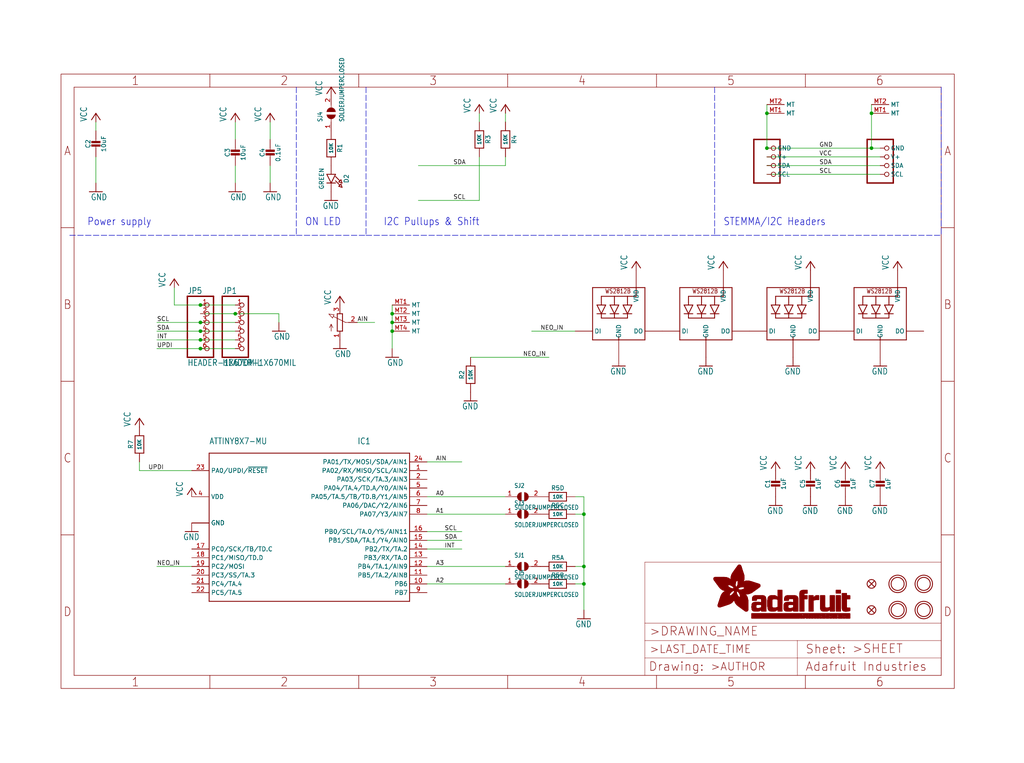
<source format=kicad_sch>
(kicad_sch (version 20211123) (generator eeschema)
  (paper "User" 298.45 222.352)
  (lib_symbols
    (symbol "schematicEagle-eagle-import:ATTINY8X7-MU"
      (property "Reference" "IC" (at 12.7 25.4 0))
      (property "Value" "ATTINY8X7-MU" (at -30.48 25.4 0))
      (symbol "ATTINY8X7-MU_1_0"
        (pin bidirectional line (at 33.02 17.78 180) (length 5.08) (name "PA02/RX/MISO/SCL/AIN2") (number "1"))
        (pin bidirectional line (at 33.02 -15.24 180) (length 5.08) (name "PB6") (number "10"))
        (pin bidirectional line (at 33.02 -12.7 180) (length 5.08) (name "PB5/TA.2/AIN8") (number "11"))
        (pin bidirectional line (at 33.02 -10.16 180) (length 5.08) (name "PB4/TA.1/AIN9") (number "12"))
        (pin bidirectional line (at 33.02 -7.62 180) (length 5.08) (name "PB3/RX/TA.0") (number "13"))
        (pin bidirectional line (at 33.02 -5.08 180) (length 5.08) (name "PB2/TX/TA.2") (number "14"))
        (pin bidirectional line (at 33.02 -2.54 180) (length 5.08) (name "PB1/SDA/TA.1/Y4/AIN0") (number "15"))
        (pin bidirectional line (at 33.02 0 180) (length 5.08) (name "PB0/SCL/TA.0/Y5/AIN11") (number "16"))
        (pin bidirectional line (at -35.56 -5.08 0) (length 5.08) (name "PC0/SCK/TB/TD.C") (number "17"))
        (pin bidirectional line (at -35.56 -7.62 0) (length 5.08) (name "PC1/MISO/TD.D") (number "18"))
        (pin bidirectional line (at -35.56 -10.16 0) (length 5.08) (name "PC2/MOSI") (number "19"))
        (pin bidirectional line (at 33.02 15.24 180) (length 5.08) (name "PA03/SCK/TA.3/AIN3") (number "2"))
        (pin bidirectional line (at -35.56 -12.7 0) (length 5.08) (name "PC3/SS/TA.3") (number "20"))
        (pin bidirectional line (at -35.56 -15.24 0) (length 5.08) (name "PC4/TA.4") (number "21"))
        (pin bidirectional line (at -35.56 -17.78 0) (length 5.08) (name "PC5/TA.5") (number "22"))
        (pin bidirectional line (at -35.56 17.78 0) (length 5.08) (name "PA0/UPDI/~{RESET}") (number "23"))
        (pin bidirectional line (at 33.02 20.32 180) (length 5.08) (name "PA01/TX/MOSI/SDA/AIN1") (number "24"))
        (pin power_in line (at -35.56 2.54 0) (length 5.08) (name "GND") (number "3"))
        (pin power_in line (at -35.56 10.16 0) (length 5.08) (name "VDD") (number "4"))
        (pin bidirectional line (at 33.02 12.7 180) (length 5.08) (name "PA04/TA.4/TD.A/Y0/AIN4") (number "5"))
        (pin bidirectional line (at 33.02 10.16 180) (length 5.08) (name "PA05/TA.5/TB/TD.B/Y1/AIN5") (number "6"))
        (pin bidirectional line (at 33.02 7.62 180) (length 5.08) (name "PA06/DAC/Y2/AIN6") (number "7"))
        (pin bidirectional line (at 33.02 5.08 180) (length 5.08) (name "PA07/Y3/AIN7") (number "8"))
        (pin bidirectional line (at 33.02 -17.78 180) (length 5.08) (name "PB7") (number "9"))
        (pin power_in line (at -35.56 2.54 0) (length 5.08) (name "GND") (number "THERM"))
      )
    )
    (symbol "schematicEagle-eagle-import:CAP_CERAMIC0603_NO"
      (property "Reference" "C" (at -2.29 1.25 90))
      (property "Value" "CAP_CERAMIC0603_NO" (at 2.3 1.25 90))
      (symbol "CAP_CERAMIC0603_NO_1_0"
        (pin passive line (at 0 5.08 270) (length 2.54) (name "1") (number "1"))
        (pin passive line (at 0 -2.54 90) (length 2.54) (name "2") (number "2"))
      )
    )
    (symbol "schematicEagle-eagle-import:CAP_CERAMIC0805-NOOUTLINE"
      (property "Reference" "C" (at -2.29 1.25 90))
      (property "Value" "CAP_CERAMIC0805-NOOUTLINE" (at 2.3 1.25 90))
      (symbol "CAP_CERAMIC0805-NOOUTLINE_1_0"
        (pin passive line (at 0 5.08 270) (length 2.54) (name "1") (number "1"))
        (pin passive line (at 0 -2.54 90) (length 2.54) (name "2") (number "2"))
      )
    )
    (symbol "schematicEagle-eagle-import:FIDUCIAL_1MM")
    (symbol "schematicEagle-eagle-import:FRAME_A4_ADAFRUIT"
      (symbol "FRAME_A4_ADAFRUIT_0_0"
        (text "1" (at 21.6958 1.905 0) (effects (font (size 2.54 2.286))))
        (text "1" (at 21.6958 177.165 0) (effects (font (size 2.54 2.286))))
        (text "2" (at 65.0875 1.905 0) (effects (font (size 2.54 2.286))))
        (text "2" (at 65.0875 177.165 0) (effects (font (size 2.54 2.286))))
        (text "3" (at 108.4792 1.905 0) (effects (font (size 2.54 2.286))))
        (text "3" (at 108.4792 177.165 0) (effects (font (size 2.54 2.286))))
        (text "4" (at 151.8708 1.905 0) (effects (font (size 2.54 2.286))))
        (text "4" (at 151.8708 177.165 0) (effects (font (size 2.54 2.286))))
        (text "5" (at 195.2625 1.905 0) (effects (font (size 2.54 2.286))))
        (text "5" (at 195.2625 177.165 0) (effects (font (size 2.54 2.286))))
        (text "6" (at 238.6542 1.905 0) (effects (font (size 2.54 2.286))))
        (text "6" (at 238.6542 177.165 0) (effects (font (size 2.54 2.286))))
        (text "A" (at 1.905 156.6863 0) (effects (font (size 2.54 2.286))))
        (text "A" (at 258.445 156.6863 0) (effects (font (size 2.54 2.286))))
        (text "B" (at 1.905 111.9188 0) (effects (font (size 2.54 2.286))))
        (text "B" (at 258.445 111.9188 0) (effects (font (size 2.54 2.286))))
        (text "C" (at 1.905 67.1513 0) (effects (font (size 2.54 2.286))))
        (text "C" (at 258.445 67.1513 0) (effects (font (size 2.54 2.286))))
        (text "D" (at 1.905 22.3838 0) (effects (font (size 2.54 2.286))))
        (text "D" (at 258.445 22.3838 0) (effects (font (size 2.54 2.286))))
      )
      (symbol "FRAME_A4_ADAFRUIT_1_0"
        (text ">AUTHOR" (at 189.23 5.08 0) (effects (font (size 2.286 2.286)) (justify left bottom)))
        (text ">DRAWING_NAME" (at 171.45 15.24 0) (effects (font (size 2.54 2.54)) (justify left bottom)))
        (text ">LAST_DATE_TIME" (at 171.45 10.16 0) (effects (font (size 2.286 2.286)) (justify left bottom)))
        (text ">SHEET" (at 230.505 10.16 0) (effects (font (size 2.54 2.54)) (justify left bottom)))
        (text "Adafruit Industries" (at 216.916 4.953 0) (effects (font (size 2.54 2.54)) (justify left bottom)))
        (text "Drawing:" (at 171.196 4.953 0) (effects (font (size 2.54 2.54)) (justify left bottom)))
        (text "Sheet:" (at 216.916 10.033 0) (effects (font (size 2.54 2.54)) (justify left bottom)))
      )
    )
    (symbol "schematicEagle-eagle-import:GND" (power)
      (property "Value" "GND" (at -2.54 -2.54 0))
      (symbol "GND_1_0"
        (pin power_in line (at 0 2.54 270) (length 2.54) (name "GND") (number "1"))
      )
    )
    (symbol "schematicEagle-eagle-import:HEADER-1X670MIL"
      (property "Reference" "JP" (at -6.35 10.795 0))
      (property "Value" "HEADER-1X670MIL" (at -6.35 -10.16 0))
      (symbol "HEADER-1X670MIL_1_0"
        (pin passive inverted (at -2.54 7.62 0) (length 2.54) (name "1") (number "1"))
        (pin passive inverted (at -2.54 5.08 0) (length 2.54) (name "2") (number "2"))
        (pin passive inverted (at -2.54 2.54 0) (length 2.54) (name "3") (number "3"))
        (pin passive inverted (at -2.54 0 0) (length 2.54) (name "4") (number "4"))
        (pin passive inverted (at -2.54 -2.54 0) (length 2.54) (name "5") (number "5"))
        (pin passive inverted (at -2.54 -5.08 0) (length 2.54) (name "6") (number "6"))
      )
    )
    (symbol "schematicEagle-eagle-import:LED0603_NOOUTLINE"
      (property "Reference" "D" (at -1.27 4.445 0))
      (property "Value" "LED0603_NOOUTLINE" (at -1.27 -2.794 0))
      (symbol "LED0603_NOOUTLINE_1_0"
        (pin passive line (at -5.08 0 0) (length 2.54) (name "A") (number "A"))
        (pin passive line (at 2.54 0 180) (length 2.54) (name "C") (number "C"))
      )
    )
    (symbol "schematicEagle-eagle-import:MOUNTINGHOLE2.5")
    (symbol "schematicEagle-eagle-import:RESISTOR_0603_NOOUT"
      (property "Reference" "R" (at 0 2.54 0))
      (property "Value" "RESISTOR_0603_NOOUT" (at 0 0 0))
      (symbol "RESISTOR_0603_NOOUT_1_0"
        (pin passive line (at -5.08 0 0) (length 2.54) (name "1") (number "1"))
        (pin passive line (at 5.08 0 180) (length 2.54) (name "2") (number "2"))
      )
    )
    (symbol "schematicEagle-eagle-import:RESISTOR_4PACK"
      (property "Reference" "R" (at 0 2.54 0))
      (property "Value" "RESISTOR_4PACK" (at 0 0 0))
      (symbol "RESISTOR_4PACK_1_0"
        (pin passive line (at -5.08 0 0) (length 2.54) (name "1") (number "1"))
        (pin passive line (at 5.08 0 180) (length 2.54) (name "2") (number "8"))
      )
      (symbol "RESISTOR_4PACK_2_0"
        (pin passive line (at -5.08 0 0) (length 2.54) (name "1") (number "2"))
        (pin passive line (at 5.08 0 180) (length 2.54) (name "2") (number "7"))
      )
      (symbol "RESISTOR_4PACK_3_0"
        (pin passive line (at -5.08 0 0) (length 2.54) (name "1") (number "3"))
        (pin passive line (at 5.08 0 180) (length 2.54) (name "2") (number "6"))
      )
      (symbol "RESISTOR_4PACK_4_0"
        (pin passive line (at -5.08 0 0) (length 2.54) (name "1") (number "4"))
        (pin passive line (at 5.08 0 180) (length 2.54) (name "2") (number "5"))
      )
    )
    (symbol "schematicEagle-eagle-import:SLIDE_POT_75MM"
      (symbol "SLIDE_POT_75MM_1_0"
        (pin passive line (at 0 -5.08 90) (length 2.54) (name "A") (number "1"))
        (pin passive line (at 5.08 0 180) (length 2.54) (name "S") (number "2"))
        (pin passive line (at 0 5.08 270) (length 2.54) (name "E") (number "3"))
      )
      (symbol "SLIDE_POT_75MM_2_0"
        (pin bidirectional line (at 0 0 0) (length 5.08) (name "MT") (number "MT1"))
      )
      (symbol "SLIDE_POT_75MM_3_0"
        (pin bidirectional line (at 0 0 0) (length 5.08) (name "MT") (number "MT2"))
      )
      (symbol "SLIDE_POT_75MM_4_0"
        (pin bidirectional line (at 0 0 0) (length 5.08) (name "MT") (number "MT3"))
      )
      (symbol "SLIDE_POT_75MM_5_0"
        (pin bidirectional line (at 0 0 0) (length 5.08) (name "MT") (number "MT4"))
      )
    )
    (symbol "schematicEagle-eagle-import:SOLDERJUMPERCLOSED"
      (property "Reference" "SJ" (at -2.54 2.54 0))
      (property "Value" "SOLDERJUMPERCLOSED" (at -2.54 -3.81 0))
      (symbol "SOLDERJUMPERCLOSED_1_0"
        (pin passive line (at -5.08 0 0) (length 2.54) (name "1") (number "1"))
        (pin passive line (at 5.08 0 180) (length 2.54) (name "2") (number "2"))
      )
    )
    (symbol "schematicEagle-eagle-import:STEMMA_I2C_QT"
      (symbol "STEMMA_I2C_QT_1_0"
        (pin passive inverted (at 0 5.08 0) (length 2.54) (name "GND") (number "1"))
        (pin passive inverted (at 0 2.54 0) (length 2.54) (name "V+") (number "2"))
        (pin passive inverted (at 0 0 0) (length 2.54) (name "SDA") (number "3"))
        (pin passive inverted (at 0 -2.54 0) (length 2.54) (name "SCL") (number "4"))
      )
      (symbol "STEMMA_I2C_QT_2_0"
        (pin bidirectional line (at 0 0 0) (length 5.08) (name "MT") (number "MT1"))
      )
      (symbol "STEMMA_I2C_QT_3_0"
        (pin bidirectional line (at 0 0 0) (length 5.08) (name "MT") (number "MT2"))
      )
    )
    (symbol "schematicEagle-eagle-import:VCC" (power)
      (property "Value" "VCC" (at -2.54 -2.54 90))
      (symbol "VCC_1_0"
        (pin power_in line (at 0 -2.54 90) (length 2.54) (name "VCC") (number "1"))
      )
    )
    (symbol "schematicEagle-eagle-import:WS2812B_SK6812E"
      (symbol "WS2812B_SK6812E_1_0"
        (text "WS2812B" (at -4.064 8.382 0) (effects (font (size 1.27 1.0795)) (justify left bottom)))
        (pin power_in line (at 5.08 15.24 270) (length 5.08) (name "VDD") (number "1-VDD"))
        (pin output line (at 12.7 -2.54 180) (length 5.08) (name "DO") (number "2-DOUT"))
        (pin power_in line (at 0 -10.16 90) (length 5.08) (name "GND") (number "3-GND"))
        (pin input line (at -12.7 -2.54 0) (length 5.08) (name "DI") (number "4-DIN"))
      )
    )
  )
  (junction (at 58.42 88.9))
  (junction (at 223.52 33.02))
  (junction (at 170.18 170.18))
  (junction (at 58.42 99.06))
  (junction (at 68.58 91.44))
  (junction (at 254 33.02))
  (junction (at 58.42 96.52))
  (junction (at 114.3 96.52))
  (junction (at 170.18 149.86))
  (junction (at 254 43.18))
  (junction (at 58.42 93.98))
  (junction (at 114.3 91.44))
  (junction (at 170.18 165.1))
  (junction (at 114.3 93.98))
  (junction (at 223.52 43.18))
  (junction (at 58.42 101.6))
  (wire (pts (xy 147.32 35.56) (xy 147.32 33.02)))
  (polyline (pts (xy 274.32 25.4) (xy 274.32 68.58)))
  (polyline (pts (xy 20.32 68.58) (xy 86.36 68.58)))
  (wire (pts (xy 27.94 35.56) (xy 27.94 38.1)))
  (wire (pts (xy 256.54 43.18) (xy 254 43.18)))
  (wire (pts (xy 68.58 48.26) (xy 68.58 53.34)))
  (wire (pts (xy 58.42 99.06) (xy 45.72 99.06)))
  (wire (pts (xy 104.14 93.98) (xy 109.22 93.98)))
  (wire (pts (xy 256.54 48.26) (xy 223.52 48.26)))
  (wire (pts (xy 68.58 91.44) (xy 58.42 91.44)))
  (wire (pts (xy 170.18 165.1) (xy 167.64 165.1)))
  (polyline (pts (xy 106.68 68.58) (xy 208.28 68.58)))
  (wire (pts (xy 124.46 160.02) (xy 134.62 160.02)))
  (wire (pts (xy 124.46 154.94) (xy 134.62 154.94)))
  (wire (pts (xy 114.3 96.52) (xy 114.3 101.6)))
  (wire (pts (xy 58.42 93.98) (xy 45.72 93.98)))
  (wire (pts (xy 167.64 96.52) (xy 154.94 96.52)))
  (polyline (pts (xy 86.36 68.58) (xy 106.68 68.58)))
  (wire (pts (xy 147.32 45.72) (xy 147.32 48.26)))
  (wire (pts (xy 223.52 50.8) (xy 256.54 50.8)))
  (wire (pts (xy 167.64 170.18) (xy 170.18 170.18)))
  (wire (pts (xy 68.58 88.9) (xy 58.42 88.9)))
  (wire (pts (xy 170.18 144.78) (xy 170.18 149.86)))
  (wire (pts (xy 68.58 96.52) (xy 58.42 96.52)))
  (wire (pts (xy 50.8 88.9) (xy 50.8 83.82)))
  (wire (pts (xy 68.58 91.44) (xy 81.28 91.44)))
  (wire (pts (xy 55.88 165.1) (xy 45.72 165.1)))
  (wire (pts (xy 78.74 48.26) (xy 78.74 53.34)))
  (polyline (pts (xy 208.28 68.58) (xy 274.32 68.58)))
  (wire (pts (xy 147.32 170.18) (xy 124.46 170.18)))
  (wire (pts (xy 170.18 165.1) (xy 170.18 170.18)))
  (wire (pts (xy 170.18 149.86) (xy 170.18 165.1)))
  (wire (pts (xy 223.52 30.48) (xy 223.52 33.02)))
  (wire (pts (xy 78.74 35.56) (xy 78.74 40.64)))
  (wire (pts (xy 114.3 93.98) (xy 114.3 96.52)))
  (wire (pts (xy 160.02 104.14) (xy 137.16 104.14)))
  (wire (pts (xy 40.64 137.16) (xy 40.64 134.62)))
  (wire (pts (xy 223.52 45.72) (xy 256.54 45.72)))
  (wire (pts (xy 58.42 96.52) (xy 45.72 96.52)))
  (wire (pts (xy 139.7 33.02) (xy 139.7 35.56)))
  (wire (pts (xy 147.32 144.78) (xy 124.46 144.78)))
  (wire (pts (xy 124.46 157.48) (xy 134.62 157.48)))
  (polyline (pts (xy 106.68 25.4) (xy 106.68 68.58)))
  (wire (pts (xy 68.58 35.56) (xy 68.58 40.64)))
  (wire (pts (xy 124.46 165.1) (xy 147.32 165.1)))
  (wire (pts (xy 139.7 58.42) (xy 121.92 58.42)))
  (wire (pts (xy 58.42 101.6) (xy 45.72 101.6)))
  (wire (pts (xy 68.58 93.98) (xy 58.42 93.98)))
  (wire (pts (xy 223.52 33.02) (xy 223.52 43.18)))
  (wire (pts (xy 254 33.02) (xy 254 43.18)))
  (wire (pts (xy 81.28 91.44) (xy 81.28 93.98)))
  (polyline (pts (xy 208.28 25.4) (xy 208.28 68.58)))
  (wire (pts (xy 27.94 53.34) (xy 27.94 45.72)))
  (wire (pts (xy 124.46 134.62) (xy 134.62 134.62)))
  (wire (pts (xy 124.46 149.86) (xy 147.32 149.86)))
  (wire (pts (xy 68.58 101.6) (xy 58.42 101.6)))
  (polyline (pts (xy 86.36 25.4) (xy 86.36 68.58)))
  (wire (pts (xy 114.3 91.44) (xy 114.3 93.98)))
  (wire (pts (xy 55.88 137.16) (xy 40.64 137.16)))
  (wire (pts (xy 167.64 149.86) (xy 170.18 149.86)))
  (wire (pts (xy 167.64 144.78) (xy 170.18 144.78)))
  (wire (pts (xy 58.42 88.9) (xy 50.8 88.9)))
  (wire (pts (xy 147.32 48.26) (xy 121.92 48.26)))
  (wire (pts (xy 254 43.18) (xy 223.52 43.18)))
  (wire (pts (xy 139.7 45.72) (xy 139.7 58.42)))
  (wire (pts (xy 68.58 99.06) (xy 58.42 99.06)))
  (wire (pts (xy 254 30.48) (xy 254 33.02)))
  (wire (pts (xy 170.18 170.18) (xy 170.18 177.8)))
  (wire (pts (xy 114.3 88.9) (xy 114.3 91.44)))
  (text "Power supply" (at 25.4 66.04 180) (effects (font (size 2.1844 1.8567)) (justify left bottom)))
  (text "ON LED" (at 88.9 66.04 180) (effects (font (size 2.1844 1.8567)) (justify left bottom)))
  (text "STEMMA/I2C Headers" (at 210.82 66.04 180) (effects (font (size 2.1844 1.8567)) (justify left bottom)))
  (text "I2C Pullups & Shift" (at 111.76 66.04 180) (effects (font (size 2.1844 1.8567)) (justify left bottom)))
  (label "SCL" (at 129.54 154.94 0) (effects (font (size 1.2446 1.2446))))
  (label "A2" (at 127 170.18 0) (effects (font (size 1.2446 1.2446))))
  (label "SCL" (at 238.76 50.8 0) (effects (font (size 1.2446 1.2446))))
  (label "INT" (at 45.72 99.06 0) (effects (font (size 1.2446 1.2446))))
  (label "GND" (at 238.76 43.18 0) (effects (font (size 1.2446 1.2446))))
  (label "SDA" (at 129.54 157.48 0) (effects (font (size 1.2446 1.2446))))
  (label "NEO_IN" (at 157.48 96.52 0) (effects (font (size 1.2446 1.2446))))
  (label "AIN" (at 127 134.62 0) (effects (font (size 1.2446 1.2446))))
  (label "SDA" (at 238.76 48.26 0) (effects (font (size 1.2446 1.2446))))
  (label "SDA" (at 45.72 96.52 0) (effects (font (size 1.2446 1.2446))))
  (label "UPDI" (at 43.18 137.16 0) (effects (font (size 1.2446 1.2446))))
  (label "NEO_IN" (at 152.4 104.14 0) (effects (font (size 1.2446 1.2446))))
  (label "A1" (at 127 149.86 0) (effects (font (size 1.2446 1.2446))))
  (label "VCC" (at 238.76 45.72 0) (effects (font (size 1.2446 1.2446))))
  (label "A3" (at 127 165.1 0) (effects (font (size 1.2446 1.2446))))
  (label "AIN" (at 104.14 93.98 0) (effects (font (size 1.2446 1.2446))))
  (label "NEO_IN" (at 45.72 165.1 0) (effects (font (size 1.2446 1.2446))))
  (label "SCL" (at 45.72 93.98 0) (effects (font (size 1.2446 1.2446))))
  (label "SDA" (at 132.08 48.26 0) (effects (font (size 1.2446 1.2446))))
  (label "INT" (at 129.54 160.02 0) (effects (font (size 1.2446 1.2446))))
  (label "SCL" (at 132.08 58.42 0) (effects (font (size 1.2446 1.2446))))
  (label "A0" (at 127 144.78 0) (effects (font (size 1.2446 1.2446))))
  (label "UPDI" (at 45.72 101.6 0) (effects (font (size 1.2446 1.2446))))
  (symbol (lib_id "schematicEagle-eagle-import:CAP_CERAMIC0805-NOOUTLINE") (at 27.94 43.18 0) (unit 1)
    (property "Reference" "C2" (at 25.65 41.93 90))
    (property "Value" "10uF" (at 30.24 41.93 90))
    (property "Footprint" "schematicEagle:0805-NO" (effects hide))
  )
  (symbol (lib_id "schematicEagle-eagle-import:VCC") (at 40.64 121.92 0) (unit 1)
    (property "Reference" "#P+14" (effects hide))
    (property "Value" "VCC" (at 38.1 124.46 90) (effects (font (size 1.778 1.5113)) (justify left bottom)))
    (property "Footprint" "schematicEagle:" (effects hide))
  )
  (symbol (lib_id "schematicEagle-eagle-import:SLIDE_POT_75MM") (at 114.3 96.52 0) (unit 5)
    (property "Reference" "POT1" (effects hide))
    (property "Value" "SLIDE_POT_75MM" (effects hide))
    (property "Footprint" "schematicEagle:SLIDE_POT_75MM" (effects hide))
  )
  (symbol (lib_id "schematicEagle-eagle-import:RESISTOR_4PACK") (at 162.56 170.18 0) (unit 2)
    (property "Reference" "R5" (at 162.56 167.64 0))
    (property "Value" "10K" (at 162.56 170.18 0) (effects (font (size 1.016 1.016) bold)))
    (property "Footprint" "schematicEagle:RESPACK_4X0603" (effects hide))
  )
  (symbol (lib_id "schematicEagle-eagle-import:FIDUCIAL_1MM") (at 254 170.18 0) (unit 1)
    (property "Reference" "FID2" (effects hide))
    (property "Value" "FIDUCIAL_1MM" (effects hide))
    (property "Footprint" "schematicEagle:FIDUCIAL_1MM" (effects hide))
  )
  (symbol (lib_id "schematicEagle-eagle-import:RESISTOR_0603_NOOUT") (at 96.52 43.18 270) (unit 1)
    (property "Reference" "R1" (at 99.06 43.18 0))
    (property "Value" "10K" (at 96.52 43.18 0) (effects (font (size 1.016 1.016) bold)))
    (property "Footprint" "schematicEagle:0603-NO" (effects hide))
  )
  (symbol (lib_id "schematicEagle-eagle-import:STEMMA_I2C_QT") (at 223.52 30.48 0) (unit 3)
    (property "Reference" "CONN3" (effects hide))
    (property "Value" "STEMMA_I2C_QT" (effects hide))
    (property "Footprint" "schematicEagle:JST_SH4" (effects hide))
  )
  (symbol (lib_id "schematicEagle-eagle-import:CAP_CERAMIC0603_NO") (at 226.06 142.24 0) (unit 1)
    (property "Reference" "C1" (at 223.77 140.99 90))
    (property "Value" "1uF" (at 228.36 140.99 90))
    (property "Footprint" "schematicEagle:0603-NO" (effects hide))
  )
  (symbol (lib_id "schematicEagle-eagle-import:SOLDERJUMPERCLOSED") (at 152.4 144.78 0) (unit 1)
    (property "Reference" "SJ2" (at 149.86 142.24 0) (effects (font (size 1.27 1.0795)) (justify left bottom)))
    (property "Value" "SOLDERJUMPERCLOSED" (at 149.86 148.59 0) (effects (font (size 1.27 1.0795)) (justify left bottom)))
    (property "Footprint" "schematicEagle:SOLDERJUMPER_CLOSEDWIRE" (effects hide))
  )
  (symbol (lib_id "schematicEagle-eagle-import:STEMMA_I2C_QT") (at 223.52 48.26 0) (unit 1)
    (property "Reference" "CONN3" (effects hide))
    (property "Value" "STEMMA_I2C_QT" (effects hide))
    (property "Footprint" "schematicEagle:JST_SH4" (effects hide))
  )
  (symbol (lib_id "schematicEagle-eagle-import:VCC") (at 226.06 134.62 0) (unit 1)
    (property "Reference" "#P+10" (effects hide))
    (property "Value" "VCC" (at 223.52 137.16 90) (effects (font (size 1.778 1.5113)) (justify left bottom)))
    (property "Footprint" "schematicEagle:" (effects hide))
  )
  (symbol (lib_id "schematicEagle-eagle-import:MOUNTINGHOLE2.5") (at 261.62 177.8 0) (unit 1)
    (property "Reference" "U$3" (effects hide))
    (property "Value" "MOUNTINGHOLE2.5" (effects hide))
    (property "Footprint" "schematicEagle:MOUNTINGHOLE_2.5_PLATED" (effects hide))
  )
  (symbol (lib_id "schematicEagle-eagle-import:HEADER-1X670MIL") (at 71.12 96.52 0) (unit 1)
    (property "Reference" "JP1" (at 64.77 85.725 0) (effects (font (size 1.778 1.5113)) (justify left bottom)))
    (property "Value" "HEADER-1X670MIL" (at 64.77 106.68 0) (effects (font (size 1.778 1.5113)) (justify left bottom)))
    (property "Footprint" "schematicEagle:1X06_ROUND_70" (effects hide))
  )
  (symbol (lib_id "schematicEagle-eagle-import:HEADER-1X670MIL") (at 60.96 96.52 0) (unit 1)
    (property "Reference" "JP5" (at 54.61 85.725 0) (effects (font (size 1.778 1.5113)) (justify left bottom)))
    (property "Value" "HEADER-1X670MIL" (at 54.61 106.68 0) (effects (font (size 1.778 1.5113)) (justify left bottom)))
    (property "Footprint" "schematicEagle:1X06_ROUND_70" (effects hide))
  )
  (symbol (lib_id "schematicEagle-eagle-import:SOLDERJUMPERCLOSED") (at 96.52 33.02 90) (unit 1)
    (property "Reference" "SJ4" (at 93.98 35.56 0) (effects (font (size 1.27 1.0795)) (justify left bottom)))
    (property "Value" "SOLDERJUMPERCLOSED" (at 100.33 35.56 0) (effects (font (size 1.27 1.0795)) (justify left bottom)))
    (property "Footprint" "schematicEagle:SOLDERJUMPER_CLOSEDWIRE" (effects hide))
  )
  (symbol (lib_id "schematicEagle-eagle-import:GND") (at 99.06 101.6 0) (unit 1)
    (property "Reference" "#U$11" (effects hide))
    (property "Value" "GND" (at 97.536 104.14 0) (effects (font (size 1.778 1.5113)) (justify left bottom)))
    (property "Footprint" "schematicEagle:" (effects hide))
  )
  (symbol (lib_id "schematicEagle-eagle-import:CAP_CERAMIC0603_NO") (at 236.22 142.24 0) (unit 1)
    (property "Reference" "C5" (at 233.93 140.99 90))
    (property "Value" "1uF" (at 238.52 140.99 90))
    (property "Footprint" "schematicEagle:0603-NO" (effects hide))
  )
  (symbol (lib_id "schematicEagle-eagle-import:GND") (at 27.94 55.88 0) (unit 1)
    (property "Reference" "#U$13" (effects hide))
    (property "Value" "GND" (at 26.416 58.42 0) (effects (font (size 1.778 1.5113)) (justify left bottom)))
    (property "Footprint" "schematicEagle:" (effects hide))
  )
  (symbol (lib_id "schematicEagle-eagle-import:VCC") (at 68.58 33.02 0) (unit 1)
    (property "Reference" "#P+6" (effects hide))
    (property "Value" "VCC" (at 66.04 35.56 90) (effects (font (size 1.778 1.5113)) (justify left bottom)))
    (property "Footprint" "schematicEagle:" (effects hide))
  )
  (symbol (lib_id "schematicEagle-eagle-import:SOLDERJUMPERCLOSED") (at 152.4 149.86 0) (unit 1)
    (property "Reference" "SJ3" (at 149.86 147.32 0) (effects (font (size 1.27 1.0795)) (justify left bottom)))
    (property "Value" "SOLDERJUMPERCLOSED" (at 149.86 153.67 0) (effects (font (size 1.27 1.0795)) (justify left bottom)))
    (property "Footprint" "schematicEagle:SOLDERJUMPER_CLOSEDWIRE" (effects hide))
  )
  (symbol (lib_id "schematicEagle-eagle-import:STEMMA_I2C_QT") (at 223.52 33.02 0) (unit 2)
    (property "Reference" "CONN3" (effects hide))
    (property "Value" "STEMMA_I2C_QT" (effects hide))
    (property "Footprint" "schematicEagle:JST_SH4" (effects hide))
  )
  (symbol (lib_id "schematicEagle-eagle-import:GND") (at 81.28 96.52 0) (unit 1)
    (property "Reference" "#U$10" (effects hide))
    (property "Value" "GND" (at 79.756 99.06 0) (effects (font (size 1.778 1.5113)) (justify left bottom)))
    (property "Footprint" "schematicEagle:" (effects hide))
  )
  (symbol (lib_id "schematicEagle-eagle-import:VCC") (at 246.38 134.62 0) (unit 1)
    (property "Reference" "#P+12" (effects hide))
    (property "Value" "VCC" (at 243.84 137.16 90) (effects (font (size 1.778 1.5113)) (justify left bottom)))
    (property "Footprint" "schematicEagle:" (effects hide))
  )
  (symbol (lib_id "schematicEagle-eagle-import:GND") (at 236.22 147.32 0) (unit 1)
    (property "Reference" "#GND4" (effects hide))
    (property "Value" "GND" (at 233.68 149.86 0) (effects (font (size 1.778 1.5113)) (justify left bottom)))
    (property "Footprint" "schematicEagle:" (effects hide))
  )
  (symbol (lib_id "schematicEagle-eagle-import:RESISTOR_4PACK") (at 162.56 144.78 0) (unit 4)
    (property "Reference" "R5" (at 162.56 142.24 0))
    (property "Value" "10K" (at 162.56 144.78 0) (effects (font (size 1.016 1.016) bold)))
    (property "Footprint" "schematicEagle:RESPACK_4X0603" (effects hide))
  )
  (symbol (lib_id "schematicEagle-eagle-import:VCC") (at 256.54 134.62 0) (unit 1)
    (property "Reference" "#P+13" (effects hide))
    (property "Value" "VCC" (at 254 137.16 90) (effects (font (size 1.778 1.5113)) (justify left bottom)))
    (property "Footprint" "schematicEagle:" (effects hide))
  )
  (symbol (lib_id "schematicEagle-eagle-import:RESISTOR_0603_NOOUT") (at 139.7 40.64 270) (unit 1)
    (property "Reference" "R3" (at 142.24 40.64 0))
    (property "Value" "10K" (at 139.7 40.64 0) (effects (font (size 1.016 1.016) bold)))
    (property "Footprint" "schematicEagle:0603-NO" (effects hide))
  )
  (symbol (lib_id "schematicEagle-eagle-import:GND") (at 246.38 147.32 0) (unit 1)
    (property "Reference" "#GND5" (effects hide))
    (property "Value" "GND" (at 243.84 149.86 0) (effects (font (size 1.778 1.5113)) (justify left bottom)))
    (property "Footprint" "schematicEagle:" (effects hide))
  )
  (symbol (lib_id "schematicEagle-eagle-import:GND") (at 68.58 55.88 0) (unit 1)
    (property "Reference" "#U$5" (effects hide))
    (property "Value" "GND" (at 67.056 58.42 0) (effects (font (size 1.778 1.5113)) (justify left bottom)))
    (property "Footprint" "schematicEagle:" (effects hide))
  )
  (symbol (lib_id "schematicEagle-eagle-import:VCC") (at 27.94 33.02 0) (unit 1)
    (property "Reference" "#P+3" (effects hide))
    (property "Value" "VCC" (at 25.4 35.56 90) (effects (font (size 1.778 1.5113)) (justify left bottom)))
    (property "Footprint" "schematicEagle:" (effects hide))
  )
  (symbol (lib_id "schematicEagle-eagle-import:CAP_CERAMIC0603_NO") (at 246.38 142.24 0) (unit 1)
    (property "Reference" "C6" (at 244.09 140.99 90))
    (property "Value" "1uF" (at 248.68 140.99 90))
    (property "Footprint" "schematicEagle:0603-NO" (effects hide))
  )
  (symbol (lib_id "schematicEagle-eagle-import:WS2812B_SK6812E") (at 205.74 93.98 0) (unit 1)
    (property "Reference" "LED2" (effects hide))
    (property "Value" "WS2812B_SK6812E" (effects hide))
    (property "Footprint" "schematicEagle:NEO3535_REVERSE" (effects hide))
  )
  (symbol (lib_id "schematicEagle-eagle-import:GND") (at 256.54 147.32 0) (unit 1)
    (property "Reference" "#GND7" (effects hide))
    (property "Value" "GND" (at 254 149.86 0) (effects (font (size 1.778 1.5113)) (justify left bottom)))
    (property "Footprint" "schematicEagle:" (effects hide))
  )
  (symbol (lib_id "schematicEagle-eagle-import:STEMMA_I2C_QT") (at 254 33.02 0) (unit 2)
    (property "Reference" "CONN4" (effects hide))
    (property "Value" "STEMMA_I2C_QT" (effects hide))
    (property "Footprint" "schematicEagle:JST_SH4" (effects hide))
  )
  (symbol (lib_id "schematicEagle-eagle-import:STEMMA_I2C_QT") (at 256.54 48.26 0) (unit 1)
    (property "Reference" "CONN4" (effects hide))
    (property "Value" "STEMMA_I2C_QT" (effects hide))
    (property "Footprint" "schematicEagle:JST_SH4" (effects hide))
  )
  (symbol (lib_id "schematicEagle-eagle-import:MOUNTINGHOLE2.5") (at 269.24 170.18 0) (unit 1)
    (property "Reference" "U$19" (effects hide))
    (property "Value" "MOUNTINGHOLE2.5" (effects hide))
    (property "Footprint" "schematicEagle:MOUNTINGHOLE_2.5_PLATED" (effects hide))
  )
  (symbol (lib_id "schematicEagle-eagle-import:ATTINY8X7-MU") (at 91.44 154.94 0) (unit 1)
    (property "Reference" "IC1" (at 104.14 129.54 0) (effects (font (size 1.778 1.5113)) (justify left bottom)))
    (property "Value" "ATTINY8X7-MU" (at 60.96 129.54 0) (effects (font (size 1.778 1.5113)) (justify left bottom)))
    (property "Footprint" "schematicEagle:QFN24_4MM" (effects hide))
  )
  (symbol (lib_id "schematicEagle-eagle-import:SOLDERJUMPERCLOSED") (at 152.4 165.1 0) (unit 1)
    (property "Reference" "SJ1" (at 149.86 162.56 0) (effects (font (size 1.27 1.0795)) (justify left bottom)))
    (property "Value" "SOLDERJUMPERCLOSED" (at 149.86 168.91 0) (effects (font (size 1.27 1.0795)) (justify left bottom)))
    (property "Footprint" "schematicEagle:SOLDERJUMPER_CLOSEDWIRE" (effects hide))
  )
  (symbol (lib_id "schematicEagle-eagle-import:CAP_CERAMIC0603_NO") (at 78.74 45.72 0) (unit 1)
    (property "Reference" "C4" (at 76.45 44.47 90))
    (property "Value" "0.1uF" (at 81.04 44.47 90))
    (property "Footprint" "schematicEagle:0603-NO" (effects hide))
  )
  (symbol (lib_id "schematicEagle-eagle-import:GND") (at 205.74 106.68 0) (unit 1)
    (property "Reference" "#GND2" (effects hide))
    (property "Value" "GND" (at 203.2 109.22 0) (effects (font (size 1.778 1.5113)) (justify left bottom)))
    (property "Footprint" "schematicEagle:" (effects hide))
  )
  (symbol (lib_id "schematicEagle-eagle-import:STEMMA_I2C_QT") (at 254 30.48 0) (unit 3)
    (property "Reference" "CONN4" (effects hide))
    (property "Value" "STEMMA_I2C_QT" (effects hide))
    (property "Footprint" "schematicEagle:JST_SH4" (effects hide))
  )
  (symbol (lib_id "schematicEagle-eagle-import:GND") (at 114.3 104.14 0) (unit 1)
    (property "Reference" "#U$18" (effects hide))
    (property "Value" "GND" (at 112.776 106.68 0) (effects (font (size 1.778 1.5113)) (justify left bottom)))
    (property "Footprint" "schematicEagle:" (effects hide))
  )
  (symbol (lib_id "schematicEagle-eagle-import:RESISTOR_0603_NOOUT") (at 147.32 40.64 270) (unit 1)
    (property "Reference" "R4" (at 149.86 40.64 0))
    (property "Value" "10K" (at 147.32 40.64 0) (effects (font (size 1.016 1.016) bold)))
    (property "Footprint" "schematicEagle:0603-NO" (effects hide))
  )
  (symbol (lib_id "schematicEagle-eagle-import:GND") (at 55.88 154.94 0) (unit 1)
    (property "Reference" "#GND16" (effects hide))
    (property "Value" "GND" (at 53.34 157.48 0) (effects (font (size 1.778 1.5113)) (justify left bottom)))
    (property "Footprint" "schematicEagle:" (effects hide))
  )
  (symbol (lib_id "schematicEagle-eagle-import:MOUNTINGHOLE2.5") (at 261.62 170.18 0) (unit 1)
    (property "Reference" "U$17" (effects hide))
    (property "Value" "MOUNTINGHOLE2.5" (effects hide))
    (property "Footprint" "schematicEagle:MOUNTINGHOLE_2.5_PLATED" (effects hide))
  )
  (symbol (lib_id "schematicEagle-eagle-import:VCC") (at 50.8 81.28 0) (unit 1)
    (property "Reference" "#P+4" (effects hide))
    (property "Value" "VCC" (at 48.26 83.82 90) (effects (font (size 1.778 1.5113)) (justify left bottom)))
    (property "Footprint" "schematicEagle:" (effects hide))
  )
  (symbol (lib_id "schematicEagle-eagle-import:WS2812B_SK6812E") (at 180.34 93.98 0) (unit 1)
    (property "Reference" "LED1" (effects hide))
    (property "Value" "WS2812B_SK6812E" (effects hide))
    (property "Footprint" "schematicEagle:NEO3535_REVERSE" (effects hide))
  )
  (symbol (lib_id "schematicEagle-eagle-import:SLIDE_POT_75MM") (at 114.3 93.98 0) (unit 4)
    (property "Reference" "POT1" (effects hide))
    (property "Value" "SLIDE_POT_75MM" (effects hide))
    (property "Footprint" "schematicEagle:SLIDE_POT_75MM" (effects hide))
  )
  (symbol (lib_id "schematicEagle-eagle-import:GND") (at 170.18 180.34 0) (unit 1)
    (property "Reference" "#GND13" (effects hide))
    (property "Value" "GND" (at 167.64 182.88 0) (effects (font (size 1.778 1.5113)) (justify left bottom)))
    (property "Footprint" "schematicEagle:" (effects hide))
  )
  (symbol (lib_id "schematicEagle-eagle-import:SOLDERJUMPERCLOSED") (at 152.4 170.18 0) (unit 1)
    (property "Reference" "SJ5" (at 149.86 167.64 0) (effects (font (size 1.27 1.0795)) (justify left bottom)))
    (property "Value" "SOLDERJUMPERCLOSED" (at 149.86 173.99 0) (effects (font (size 1.27 1.0795)) (justify left bottom)))
    (property "Footprint" "schematicEagle:SOLDERJUMPER_CLOSEDWIRE" (effects hide))
  )
  (symbol (lib_id "schematicEagle-eagle-import:WS2812B_SK6812E") (at 256.54 93.98 0) (unit 1)
    (property "Reference" "LED4" (effects hide))
    (property "Value" "WS2812B_SK6812E" (effects hide))
    (property "Footprint" "schematicEagle:NEO3535_REVERSE" (effects hide))
  )
  (symbol (lib_id "schematicEagle-eagle-import:GND") (at 256.54 106.68 0) (unit 1)
    (property "Reference" "#GND9" (effects hide))
    (property "Value" "GND" (at 254 109.22 0) (effects (font (size 1.778 1.5113)) (justify left bottom)))
    (property "Footprint" "schematicEagle:" (effects hide))
  )
  (symbol (lib_id "schematicEagle-eagle-import:GND") (at 137.16 116.84 0) (unit 1)
    (property "Reference" "#GND14" (effects hide))
    (property "Value" "GND" (at 134.62 119.38 0) (effects (font (size 1.778 1.5113)) (justify left bottom)))
    (property "Footprint" "schematicEagle:" (effects hide))
  )
  (symbol (lib_id "schematicEagle-eagle-import:VCC") (at 185.42 76.2 0) (unit 1)
    (property "Reference" "#P+5" (effects hide))
    (property "Value" "VCC" (at 182.88 78.74 90) (effects (font (size 1.778 1.5113)) (justify left bottom)))
    (property "Footprint" "schematicEagle:" (effects hide))
  )
  (symbol (lib_id "schematicEagle-eagle-import:VCC") (at 236.22 134.62 0) (unit 1)
    (property "Reference" "#P+11" (effects hide))
    (property "Value" "VCC" (at 233.68 137.16 90) (effects (font (size 1.778 1.5113)) (justify left bottom)))
    (property "Footprint" "schematicEagle:" (effects hide))
  )
  (symbol (lib_id "schematicEagle-eagle-import:RESISTOR_0603_NOOUT") (at 137.16 109.22 90) (unit 1)
    (property "Reference" "R2" (at 134.62 109.22 0))
    (property "Value" "10K" (at 137.16 109.22 0) (effects (font (size 1.016 1.016) bold)))
    (property "Footprint" "schematicEagle:0603-NO" (effects hide))
  )
  (symbol (lib_id "schematicEagle-eagle-import:GND") (at 180.34 106.68 0) (unit 1)
    (property "Reference" "#GND1" (effects hide))
    (property "Value" "GND" (at 177.8 109.22 0) (effects (font (size 1.778 1.5113)) (justify left bottom)))
    (property "Footprint" "schematicEagle:" (effects hide))
  )
  (symbol (lib_id "schematicEagle-eagle-import:FIDUCIAL_1MM") (at 254 177.8 0) (unit 1)
    (property "Reference" "FID1" (effects hide))
    (property "Value" "FIDUCIAL_1MM" (effects hide))
    (property "Footprint" "schematicEagle:FIDUCIAL_1MM" (effects hide))
  )
  (symbol (lib_id "schematicEagle-eagle-import:GND") (at 96.52 58.42 0) (unit 1)
    (property "Reference" "#GND6" (effects hide))
    (property "Value" "GND" (at 93.98 60.96 0) (effects (font (size 1.778 1.5113)) (justify left bottom)))
    (property "Footprint" "schematicEagle:" (effects hide))
  )
  (symbol (lib_id "schematicEagle-eagle-import:RESISTOR_4PACK") (at 162.56 165.1 0) (unit 1)
    (property "Reference" "R5" (at 162.56 162.56 0))
    (property "Value" "10K" (at 162.56 165.1 0) (effects (font (size 1.016 1.016) bold)))
    (property "Footprint" "schematicEagle:RESPACK_4X0603" (effects hide))
  )
  (symbol (lib_id "schematicEagle-eagle-import:VCC") (at 99.06 86.36 0) (unit 1)
    (property "Reference" "#P+15" (effects hide))
    (property "Value" "VCC" (at 96.52 88.9 90) (effects (font (size 1.778 1.5113)) (justify left bottom)))
    (property "Footprint" "schematicEagle:" (effects hide))
  )
  (symbol (lib_id "schematicEagle-eagle-import:RESISTOR_0603_NOOUT") (at 40.64 129.54 90) (unit 1)
    (property "Reference" "R7" (at 38.1 129.54 0))
    (property "Value" "10K" (at 40.64 129.54 0) (effects (font (size 1.016 1.016) bold)))
    (property "Footprint" "schematicEagle:0603-NO" (effects hide))
  )
  (symbol (lib_id "schematicEagle-eagle-import:VCC") (at 139.7 30.48 0) (unit 1)
    (property "Reference" "#P+1" (effects hide))
    (property "Value" "VCC" (at 137.16 33.02 90) (effects (font (size 1.778 1.5113)) (justify left bottom)))
    (property "Footprint" "schematicEagle:" (effects hide))
  )
  (symbol (lib_id "schematicEagle-eagle-import:MOUNTINGHOLE2.5") (at 269.24 177.8 0) (unit 1)
    (property "Reference" "U$21" (effects hide))
    (property "Value" "MOUNTINGHOLE2.5" (effects hide))
    (property "Footprint" "schematicEagle:MOUNTINGHOLE_2.5_PLATED" (effects hide))
  )
  (symbol (lib_id "schematicEagle-eagle-import:VCC") (at 147.32 30.48 0) (unit 1)
    (property "Reference" "#P+2" (effects hide))
    (property "Value" "VCC" (at 144.78 33.02 90) (effects (font (size 1.778 1.5113)) (justify left bottom)))
    (property "Footprint" "schematicEagle:" (effects hide))
  )
  (symbol (lib_id "schematicEagle-eagle-import:LED0603_NOOUTLINE") (at 96.52 53.34 270) (unit 1)
    (property "Reference" "D2" (at 100.965 52.07 0))
    (property "Value" "GREEN" (at 93.726 52.07 0))
    (property "Footprint" "schematicEagle:CHIPLED_0603_NOOUTLINE" (effects hide))
  )
  (symbol (lib_id "schematicEagle-eagle-import:CAP_CERAMIC0603_NO") (at 256.54 142.24 0) (unit 1)
    (property "Reference" "C7" (at 254.25 140.99 90))
    (property "Value" "1uF" (at 258.84 140.99 90))
    (property "Footprint" "schematicEagle:0603-NO" (effects hide))
  )
  (symbol (lib_id "schematicEagle-eagle-import:VCC") (at 236.22 76.2 0) (unit 1)
    (property "Reference" "#P+8" (effects hide))
    (property "Value" "VCC" (at 233.68 78.74 90) (effects (font (size 1.778 1.5113)) (justify left bottom)))
    (property "Footprint" "schematicEagle:" (effects hide))
  )
  (symbol (lib_id "schematicEagle-eagle-import:WS2812B_SK6812E") (at 231.14 93.98 0) (unit 1)
    (property "Reference" "LED3" (effects hide))
    (property "Value" "WS2812B_SK6812E" (effects hide))
    (property "Footprint" "schematicEagle:NEO3535_REVERSE" (effects hide))
  )
  (symbol (lib_id "schematicEagle-eagle-import:SLIDE_POT_75MM") (at 114.3 88.9 0) (unit 2)
    (property "Reference" "POT1" (effects hide))
    (property "Value" "SLIDE_POT_75MM" (effects hide))
    (property "Footprint" "schematicEagle:SLIDE_POT_75MM" (effects hide))
  )
  (symbol (lib_id "schematicEagle-eagle-import:VCC") (at 261.62 76.2 0) (unit 1)
    (property "Reference" "#P+9" (effects hide))
    (property "Value" "VCC" (at 259.08 78.74 90) (effects (font (size 1.778 1.5113)) (justify left bottom)))
    (property "Footprint" "schematicEagle:" (effects hide))
  )
  (symbol (lib_id "schematicEagle-eagle-import:SLIDE_POT_75MM") (at 99.06 93.98 0) (unit 1)
    (property "Reference" "POT1" (effects hide))
    (property "Value" "SLIDE_POT_75MM" (effects hide))
    (property "Footprint" "schematicEagle:SLIDE_POT_75MM" (effects hide))
  )
  (symbol (lib_id "schematicEagle-eagle-import:GND") (at 78.74 55.88 0) (unit 1)
    (property "Reference" "#U$6" (effects hide))
    (property "Value" "GND" (at 77.216 58.42 0) (effects (font (size 1.778 1.5113)) (justify left bottom)))
    (property "Footprint" "schematicEagle:" (effects hide))
  )
  (symbol (lib_id "schematicEagle-eagle-import:FRAME_A4_ADAFRUIT") (at 17.78 200.66 0) (unit 1)
    (property "Reference" "#U$4" (effects hide))
    (property "Value" "FRAME_A4_ADAFRUIT" (effects hide))
    (property "Footprint" "schematicEagle:" (effects hide))
  )
  (symbol (lib_id "schematicEagle-eagle-import:VCC") (at 96.52 25.4 0) (unit 1)
    (property "Reference" "#P+17" (effects hide))
    (property "Value" "VCC" (at 93.98 27.94 90) (effects (font (size 1.778 1.5113)) (justify left bottom)))
    (property "Footprint" "schematicEagle:" (effects hide))
  )
  (symbol (lib_id "schematicEagle-eagle-import:VCC") (at 210.82 76.2 0) (unit 1)
    (property "Reference" "#P+7" (effects hide))
    (property "Value" "VCC" (at 208.28 78.74 90) (effects (font (size 1.778 1.5113)) (justify left bottom)))
    (property "Footprint" "schematicEagle:" (effects hide))
  )
  (symbol (lib_id "schematicEagle-eagle-import:CAP_CERAMIC0805-NOOUTLINE") (at 68.58 45.72 0) (unit 1)
    (property "Reference" "C3" (at 66.29 44.47 90))
    (property "Value" "10uF" (at 70.88 44.47 90))
    (property "Footprint" "schematicEagle:0805-NO" (effects hide))
  )
  (symbol (lib_id "schematicEagle-eagle-import:VCC") (at 78.74 33.02 0) (unit 1)
    (property "Reference" "#P+16" (effects hide))
    (property "Value" "VCC" (at 76.2 35.56 90) (effects (font (size 1.778 1.5113)) (justify left bottom)))
    (property "Footprint" "schematicEagle:" (effects hide))
  )
  (symbol (lib_id "schematicEagle-eagle-import:GND") (at 231.14 106.68 0) (unit 1)
    (property "Reference" "#GND8" (effects hide))
    (property "Value" "GND" (at 228.6 109.22 0) (effects (font (size 1.778 1.5113)) (justify left bottom)))
    (property "Footprint" "schematicEagle:" (effects hide))
  )
  (symbol (lib_id "schematicEagle-eagle-import:RESISTOR_4PACK") (at 162.56 149.86 0) (unit 3)
    (property "Reference" "R5" (at 162.56 147.32 0))
    (property "Value" "10K" (at 162.56 149.86 0) (effects (font (size 1.016 1.016) bold)))
    (property "Footprint" "schematicEagle:RESPACK_4X0603" (effects hide))
  )
  (symbol (lib_id "schematicEagle-eagle-import:SLIDE_POT_75MM") (at 114.3 91.44 0) (unit 3)
    (property "Reference" "POT1" (effects hide))
    (property "Value" "SLIDE_POT_75MM" (effects hide))
    (property "Footprint" "schematicEagle:SLIDE_POT_75MM" (effects hide))
  )
  (symbol (lib_id "schematicEagle-eagle-import:VCC") (at 55.88 142.24 0) (unit 1)
    (property "Reference" "#P+18" (effects hide))
    (property "Value" "VCC" (at 53.34 144.78 90) (effects (font (size 1.778 1.5113)) (justify left bottom)))
    (property "Footprint" "schematicEagle:" (effects hide))
  )
  (symbol (lib_id "schematicEagle-eagle-import:GND") (at 226.06 147.32 0) (unit 1)
    (property "Reference" "#GND3" (effects hide))
    (property "Value" "GND" (at 223.52 149.86 0) (effects (font (size 1.778 1.5113)) (justify left bottom)))
    (property "Footprint" "schematicEagle:" (effects hide))
  )
)
</source>
